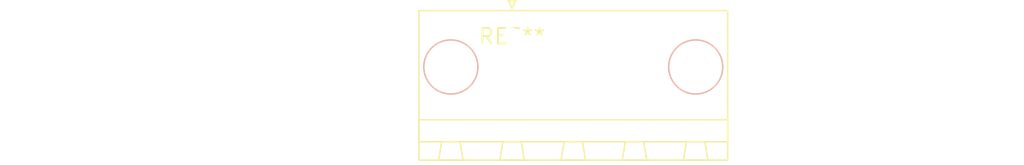
<source format=kicad_pcb>
(kicad_pcb (version 20240108) (generator pcbnew)
  (layers (0 "F.Cu" signal) (31 "B.Cu" signal) (34 "B.Paste" user) (35 "F.Paste" user) (36 "B.SilkS" user "B.Silkscreen") (37 "F.SilkS" user "F.Silkscreen") (38 "B.Mask" user) (39 "F.Mask" user) (44 "Edge.Cuts" user))
  (net 0 "")
  (footprint "PhoenixContact_MSTB_2,5_3-GF_1x03_P5.00mm_Horizontal_ThreadedFlange_MountHole" (layer "F.Cu") (at 0 0)
    (property "Reference" "REF**")
    (property "Value" "PhoenixContact_MSTB_2,5_3-GF_1x03_P5.00mm_Horizontal_ThreadedFlange_MountHole")
    (fp_circle (center -5 2.5) (end -2.79 2.5) (layer "B.SilkS") (stroke (width 0.12)) (fill none))
    (fp_circle (center 15 2.5) (end 17.21 2.5) (layer "B.SilkS") (stroke (width 0.12)) (fill none))
    (fp_line (start -7.61 -2.11) (end -7.61 10.11) (layer "F.SilkS") (stroke (width 0.12)))
    (fp_line (start -7.61 6.81) (end 17.61 6.81) (layer "F.SilkS") (stroke (width 0.12)))
    (fp_line (start -7.61 8.61) (end -7.61 6.81) (layer "F.SilkS") (stroke (width 0.12)))
    (fp_line (start -7.61 10.11) (end 17.61 10.11) (layer "F.SilkS") (stroke (width 0.12)))
    (fp_line (start -6 10.11) (end -4 10.11) (layer "F.SilkS") (stroke (width 0.12)))
    (fp_line (start -5.75 8.61) (end -6 10.11) (layer "F.SilkS") (stroke (width 0.12)))
    (fp_line (start -4.25 8.61) (end -5.75 8.61) (layer "F.SilkS") (stroke (width 0.12)))
    (fp_line (start -4 10.11) (end -4.25 8.61) (layer "F.SilkS") (stroke (width 0.12)))
    (fp_line (start -1 10.11) (end 1 10.11) (layer "F.SilkS") (stroke (width 0.12)))
    (fp_line (start -0.75 8.61) (end -1 10.11) (layer "F.SilkS") (stroke (width 0.12)))
    (fp_line (start -0.3 -2.91) (end 0.3 -2.91) (layer "F.SilkS") (stroke (width 0.12)))
    (fp_line (start 0 -2.31) (end -0.3 -2.91) (layer "F.SilkS") (stroke (width 0.12)))
    (fp_line (start 0.3 -2.91) (end 0 -2.31) (layer "F.SilkS") (stroke (width 0.12)))
    (fp_line (start 0.75 8.61) (end -0.75 8.61) (layer "F.SilkS") (stroke (width 0.12)))
    (fp_line (start 1 10.11) (end 0.75 8.61) (layer "F.SilkS") (stroke (width 0.12)))
    (fp_line (start 4 10.11) (end 6 10.11) (layer "F.SilkS") (stroke (width 0.12)))
    (fp_line (start 4.25 8.61) (end 4 10.11) (layer "F.SilkS") (stroke (width 0.12)))
    (fp_line (start 5.75 8.61) (end 4.25 8.61) (layer "F.SilkS") (stroke (width 0.12)))
    (fp_line (start 6 10.11) (end 5.75 8.61) (layer "F.SilkS") (stroke (width 0.12)))
    (fp_line (start 9 10.11) (end 11 10.11) (layer "F.SilkS") (stroke (width 0.12)))
    (fp_line (start 9.25 8.61) (end 9 10.11) (layer "F.SilkS") (stroke (width 0.12)))
    (fp_line (start 10.75 8.61) (end 9.25 8.61) (layer "F.SilkS") (stroke (width 0.12)))
    (fp_line (start 11 10.11) (end 10.75 8.61) (layer "F.SilkS") (stroke (width 0.12)))
    (fp_line (start 14 10.11) (end 16 10.11) (layer "F.SilkS") (stroke (width 0.12)))
    (fp_line (start 14.25 8.61) (end 14 10.11) (layer "F.SilkS") (stroke (width 0.12)))
    (fp_line (start 15.75 8.61) (end 14.25 8.61) (layer "F.SilkS") (stroke (width 0.12)))
    (fp_line (start 16 10.11) (end 15.75 8.61) (layer "F.SilkS") (stroke (width 0.12)))
    (fp_line (start 17.61 -2.11) (end -7.61 -2.11) (layer "F.SilkS") (stroke (width 0.12)))
    (fp_line (start 17.61 6.81) (end 17.61 8.61) (layer "F.SilkS") (stroke (width 0.12)))
    (fp_line (start 17.61 8.61) (end -7.61 8.61) (layer "F.SilkS") (stroke (width 0.12)))
    (fp_line (start 17.61 10.11) (end 17.61 -2.11) (layer "F.SilkS") (stroke (width 0.12)))
    (pad "" np_thru_hole circle (at -5 2.5) (size 2.4 2.4) (drill 2.4) (layers *.Cu *.Mask))
    (pad "" np_thru_hole circle (at 15 2.5) (size 2.4 2.4) (drill 2.4) (layers *.Cu *.Mask))
    (pad "1" thru_hole roundrect (at 0 0) (size 2 3.6) (drill 1.4) (layers *.Cu *.Mask) (remove_unused_layers) (roundrect_rratio 0.125))
    (pad "2" thru_hole oval (at 5 0) (size 2 3.6) (drill 1.4) (layers *.Cu *.Mask) (remove_unused_layers))
    (pad "3" thru_hole oval (at 10 0) (size 2 3.6) (drill 1.4) (layers *.Cu *.Mask) (remove_unused_layers))
  )
)
</source>
